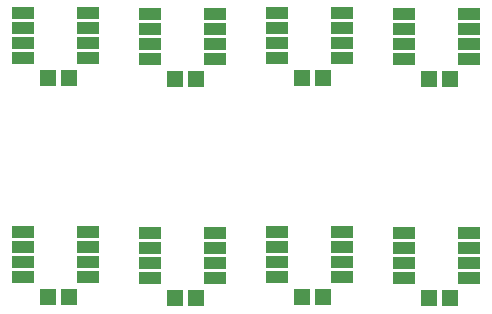
<source format=gbs>
G04 #@! TF.FileFunction,Soldermask,Bot*
%FSLAX46Y46*%
G04 Gerber Fmt 4.6, Leading zero omitted, Abs format (unit mm)*
G04 Created by KiCad (PCBNEW 4.0.1-stable) date 2017/12/09 22:36:48*
%MOMM*%
G01*
G04 APERTURE LIST*
%ADD10C,0.050000*%
%ADD11R,1.449020X1.479500*%
%ADD12R,1.900000X1.000000*%
G04 APERTURE END LIST*
D10*
D11*
X143873760Y-108000000D03*
X142126240Y-108000000D03*
D12*
X139990000Y-105045000D03*
X145490000Y-105045000D03*
X139990000Y-106315000D03*
X139990000Y-103775000D03*
X139990000Y-102505000D03*
X145490000Y-106315000D03*
X145490000Y-103775000D03*
X145490000Y-102505000D03*
D11*
X154641760Y-108090000D03*
X152894240Y-108090000D03*
D12*
X150758000Y-105135000D03*
X156258000Y-105135000D03*
X150758000Y-106405000D03*
X150758000Y-103865000D03*
X150758000Y-102595000D03*
X156258000Y-106405000D03*
X156258000Y-103865000D03*
X156258000Y-102595000D03*
D11*
X165373760Y-108000000D03*
X163626240Y-108000000D03*
D12*
X161490000Y-105045000D03*
X166990000Y-105045000D03*
X161490000Y-106315000D03*
X161490000Y-103775000D03*
X161490000Y-102505000D03*
X166990000Y-106315000D03*
X166990000Y-103775000D03*
X166990000Y-102505000D03*
D11*
X176141760Y-108090000D03*
X174394240Y-108090000D03*
D12*
X172258000Y-105135000D03*
X177758000Y-105135000D03*
X172258000Y-106405000D03*
X172258000Y-103865000D03*
X172258000Y-102595000D03*
X177758000Y-106405000D03*
X177758000Y-103865000D03*
X177758000Y-102595000D03*
D11*
X143873760Y-126500000D03*
X142126240Y-126500000D03*
D12*
X139990000Y-123545000D03*
X145490000Y-123545000D03*
X139990000Y-124815000D03*
X139990000Y-122275000D03*
X139990000Y-121005000D03*
X145490000Y-124815000D03*
X145490000Y-122275000D03*
X145490000Y-121005000D03*
D11*
X154641760Y-126590000D03*
X152894240Y-126590000D03*
D12*
X150758000Y-123635000D03*
X156258000Y-123635000D03*
X150758000Y-124905000D03*
X150758000Y-122365000D03*
X150758000Y-121095000D03*
X156258000Y-124905000D03*
X156258000Y-122365000D03*
X156258000Y-121095000D03*
D11*
X165373760Y-126500000D03*
X163626240Y-126500000D03*
D12*
X161490000Y-123545000D03*
X166990000Y-123545000D03*
X161490000Y-124815000D03*
X161490000Y-122275000D03*
X161490000Y-121005000D03*
X166990000Y-124815000D03*
X166990000Y-122275000D03*
X166990000Y-121005000D03*
D11*
X176141760Y-126590000D03*
X174394240Y-126590000D03*
D12*
X172258000Y-123635000D03*
X177758000Y-123635000D03*
X172258000Y-124905000D03*
X172258000Y-122365000D03*
X172258000Y-121095000D03*
X177758000Y-124905000D03*
X177758000Y-122365000D03*
X177758000Y-121095000D03*
M02*

</source>
